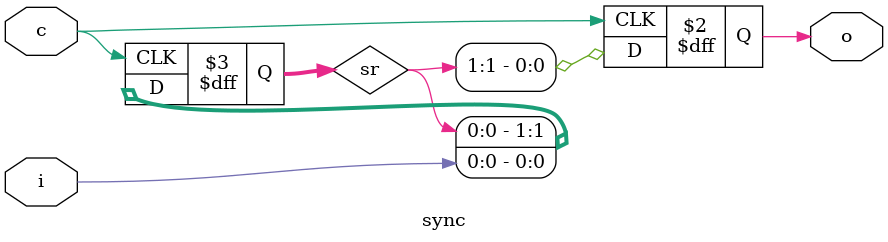
<source format=v>
/*
 * Copyright (C) 2014 Harmon Instruments, LLC
 *
 * This program is free software: you can redistribute it and/or modify
 * it under the terms of the GNU General Public License as published by
 * the Free Software Foundation, either version 3 of the License, or
 * (at your option) any later version.
 *
 * This program is distributed in the hope that it will be useful,
 * but WITHOUT ANY WARRANTY; without even the implied warranty of
 * MERCHANTABILITY or FITNESS FOR A PARTICULAR PURPOSE.  See the
 * GNU General Public License for more details.
 *
 * You should have received a copy of the GNU General Public License
 * along with this program.  If not, see <http://www.gnu.org/licenses/
 *
 */

`timescale 1ns / 1ps

module sync (input c, input i, output reg o);
   (* ASYNC_REG="TRUE", SHREG_EXTRACT="NO", HBLKNM="sync_reg"*) reg [1:0] sr;
   always @(posedge c)
     {o, sr} <= {sr, i};
endmodule

</source>
